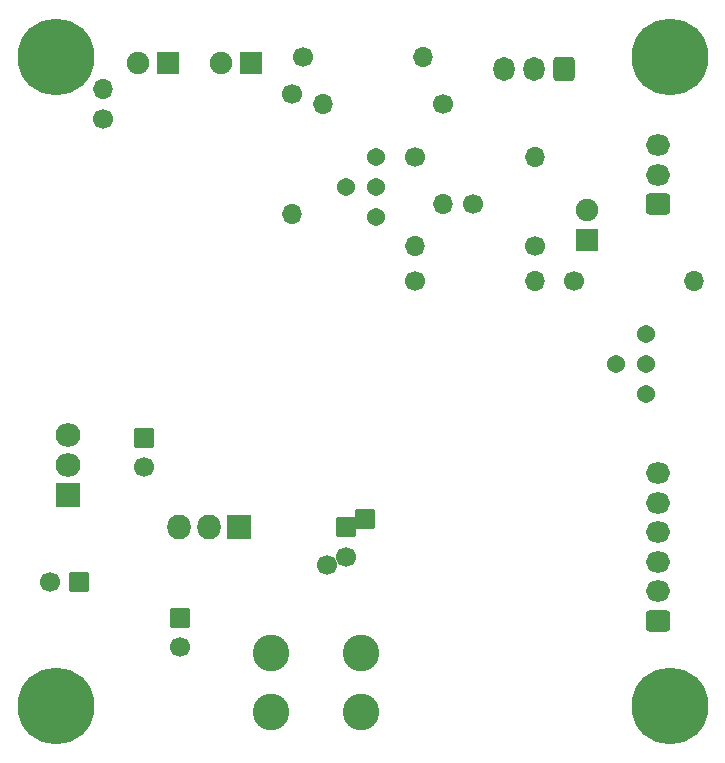
<source format=gbr>
%TF.GenerationSoftware,KiCad,Pcbnew,7.0.8*%
%TF.CreationDate,2023-11-05T22:27:44-08:00*%
%TF.ProjectId,Water Meter Analog - R1,57617465-7220-44d6-9574-657220416e61,rev?*%
%TF.SameCoordinates,Original*%
%TF.FileFunction,Soldermask,Top*%
%TF.FilePolarity,Negative*%
%FSLAX46Y46*%
G04 Gerber Fmt 4.6, Leading zero omitted, Abs format (unit mm)*
G04 Created by KiCad (PCBNEW 7.0.8) date 2023-11-05 22:27:44*
%MOMM*%
%LPD*%
G01*
G04 APERTURE LIST*
G04 Aperture macros list*
%AMRoundRect*
0 Rectangle with rounded corners*
0 $1 Rounding radius*
0 $2 $3 $4 $5 $6 $7 $8 $9 X,Y pos of 4 corners*
0 Add a 4 corners polygon primitive as box body*
4,1,4,$2,$3,$4,$5,$6,$7,$8,$9,$2,$3,0*
0 Add four circle primitives for the rounded corners*
1,1,$1+$1,$2,$3*
1,1,$1+$1,$4,$5*
1,1,$1+$1,$6,$7*
1,1,$1+$1,$8,$9*
0 Add four rect primitives between the rounded corners*
20,1,$1+$1,$2,$3,$4,$5,0*
20,1,$1+$1,$4,$5,$6,$7,0*
20,1,$1+$1,$6,$7,$8,$9,0*
20,1,$1+$1,$8,$9,$2,$3,0*%
G04 Aperture macros list end*
%ADD10C,1.700000*%
%ADD11O,1.700000X1.700000*%
%ADD12C,1.540000*%
%ADD13RoundRect,0.050000X0.900000X-0.900000X0.900000X0.900000X-0.900000X0.900000X-0.900000X-0.900000X0*%
%ADD14C,1.900000*%
%ADD15RoundRect,0.050000X0.800000X0.800000X-0.800000X0.800000X-0.800000X-0.800000X0.800000X-0.800000X0*%
%ADD16RoundRect,0.050000X-0.800000X0.800000X-0.800000X-0.800000X0.800000X-0.800000X0.800000X0.800000X0*%
%ADD17RoundRect,0.300000X0.600000X0.725000X-0.600000X0.725000X-0.600000X-0.725000X0.600000X-0.725000X0*%
%ADD18O,1.800000X2.050000*%
%ADD19RoundRect,0.300000X0.725000X-0.600000X0.725000X0.600000X-0.725000X0.600000X-0.725000X-0.600000X0*%
%ADD20O,2.050000X1.800000*%
%ADD21O,2.005000X2.100000*%
%ADD22RoundRect,0.050000X0.952500X1.000000X-0.952500X1.000000X-0.952500X-1.000000X0.952500X-1.000000X0*%
%ADD23C,0.900000*%
%ADD24C,6.500000*%
%ADD25RoundRect,0.050000X0.900000X0.900000X-0.900000X0.900000X-0.900000X-0.900000X0.900000X-0.900000X0*%
%ADD26C,3.100000*%
%ADD27RoundRect,0.050000X1.000000X-0.952500X1.000000X0.952500X-1.000000X0.952500X-1.000000X-0.952500X0*%
%ADD28O,2.100000X2.005000*%
G04 APERTURE END LIST*
D10*
%TO.C,R9*%
X39370000Y80500000D03*
D11*
X36830000Y80500000D03*
%TD*%
D12*
%TO.C,RV2*%
X54000000Y64460000D03*
X54000000Y67000000D03*
X51460000Y67000000D03*
X54000000Y69540000D03*
%TD*%
D10*
%TO.C,R8*%
X47920000Y74000000D03*
D11*
X58080000Y74000000D03*
%TD*%
D10*
%TO.C,R7*%
X34420000Y74000000D03*
D11*
X44580000Y74000000D03*
%TD*%
D10*
%TO.C,R6*%
X44580000Y77000000D03*
D11*
X34420000Y77000000D03*
%TD*%
D13*
%TO.C,D3*%
X49000000Y77460000D03*
D14*
X49000000Y80000000D03*
%TD*%
D15*
%TO.C,C5*%
X6000000Y48500000D03*
D10*
X3500000Y48500000D03*
%TD*%
D16*
%TO.C,C2*%
X14500000Y45500000D03*
D10*
X14500000Y43000000D03*
%TD*%
%TO.C,R5*%
X36830000Y89000000D03*
D11*
X26670000Y89000000D03*
%TD*%
D10*
%TO.C,R4*%
X34420000Y84500000D03*
D11*
X44580000Y84500000D03*
%TD*%
D10*
%TO.C,R2*%
X24000000Y89830000D03*
D11*
X24000000Y79670000D03*
%TD*%
D10*
%TO.C,R1*%
X24920000Y93000000D03*
D11*
X35080000Y93000000D03*
%TD*%
%TO.C,R3*%
X8000000Y90290000D03*
D10*
X8000000Y87750000D03*
%TD*%
D17*
%TO.C,J4*%
X47000000Y92000000D03*
D18*
X44500000Y92000000D03*
X42000000Y92000000D03*
%TD*%
D19*
%TO.C,J1*%
X55000000Y45250000D03*
D20*
X55000000Y47750000D03*
X55000000Y50250000D03*
X55000000Y52750000D03*
X55000000Y55250000D03*
X55000000Y57750000D03*
%TD*%
D21*
%TO.C,U1*%
X14460000Y53195000D03*
X17000000Y53195000D03*
D22*
X19540000Y53195000D03*
%TD*%
D12*
%TO.C,RV1*%
X31125000Y79450000D03*
X31125000Y81990000D03*
X28585000Y81990000D03*
X31125000Y84530000D03*
%TD*%
D19*
%TO.C,J2*%
X55000000Y80500000D03*
D20*
X55000000Y83000000D03*
X55000000Y85500000D03*
%TD*%
D16*
%TO.C,C4*%
X28600000Y53170937D03*
X30200000Y53841874D03*
D10*
X28600000Y50670937D03*
X27000000Y50000000D03*
%TD*%
D23*
%TO.C,H4*%
X53600000Y93000000D03*
X54302944Y94697056D03*
X54302944Y91302944D03*
X56000000Y95400000D03*
D24*
X56000000Y93000000D03*
D23*
X56000000Y90600000D03*
X57697056Y94697056D03*
X57697056Y91302944D03*
X58400000Y93000000D03*
%TD*%
%TO.C,H3*%
X53600000Y38000000D03*
X54302944Y39697056D03*
X54302944Y36302944D03*
X56000000Y40400000D03*
D24*
X56000000Y38000000D03*
D23*
X56000000Y35600000D03*
X57697056Y39697056D03*
X57697056Y36302944D03*
X58400000Y38000000D03*
%TD*%
%TO.C,H2*%
X1600000Y93000000D03*
X2302944Y94697056D03*
X2302944Y91302944D03*
X4000000Y95400000D03*
D24*
X4000000Y93000000D03*
D23*
X4000000Y90600000D03*
X5697056Y94697056D03*
X5697056Y91302944D03*
X6400000Y93000000D03*
%TD*%
%TO.C,H1*%
X6400000Y38000000D03*
X5697056Y36302944D03*
X5697056Y39697056D03*
X4000000Y35600000D03*
D24*
X4000000Y38000000D03*
D23*
X4000000Y40400000D03*
X2302944Y36302944D03*
X2302944Y39697056D03*
X1600000Y38000000D03*
%TD*%
D16*
%TO.C,C1*%
X11500000Y60750000D03*
D10*
X11500000Y58250000D03*
%TD*%
D25*
%TO.C,D2*%
X20540000Y92500000D03*
D14*
X18000000Y92500000D03*
%TD*%
D25*
%TO.C,D1*%
X13540000Y92500000D03*
D14*
X11000000Y92500000D03*
%TD*%
D26*
%TO.C,J3*%
X29810000Y42500000D03*
X29810000Y37500000D03*
X22190000Y42500000D03*
X22190000Y37500000D03*
%TD*%
D27*
%TO.C,U5*%
X5080000Y55880000D03*
D28*
X5080000Y58420000D03*
X5080000Y60960000D03*
%TD*%
M02*

</source>
